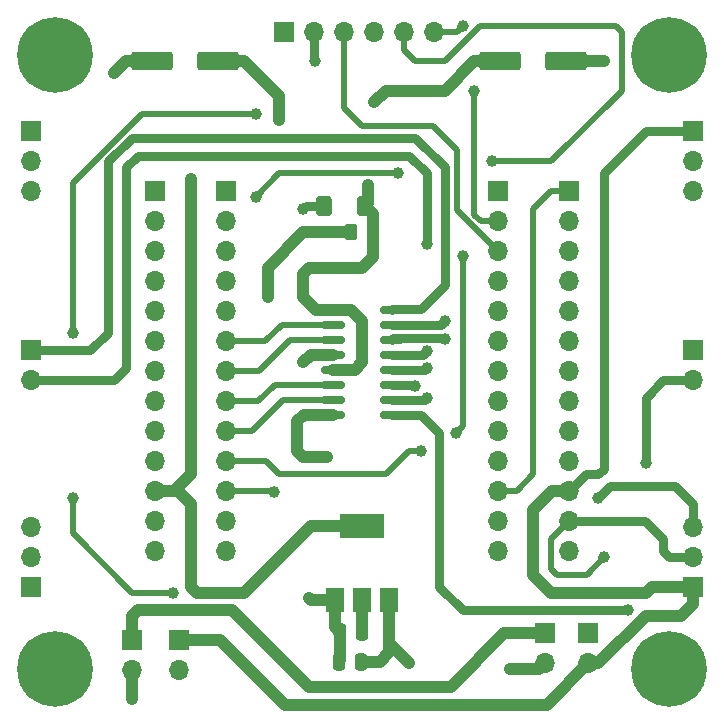
<source format=gbr>
%TF.GenerationSoftware,KiCad,Pcbnew,7.0.7*%
%TF.CreationDate,2023-10-05T17:02:33-03:00*%
%TF.ProjectId,ILLI_PCB,494c4c49-5f50-4434-922e-6b696361645f,rev?*%
%TF.SameCoordinates,Original*%
%TF.FileFunction,Copper,L1,Top*%
%TF.FilePolarity,Positive*%
%FSLAX46Y46*%
G04 Gerber Fmt 4.6, Leading zero omitted, Abs format (unit mm)*
G04 Created by KiCad (PCBNEW 7.0.7) date 2023-10-05 17:02:33*
%MOMM*%
%LPD*%
G01*
G04 APERTURE LIST*
G04 Aperture macros list*
%AMRoundRect*
0 Rectangle with rounded corners*
0 $1 Rounding radius*
0 $2 $3 $4 $5 $6 $7 $8 $9 X,Y pos of 4 corners*
0 Add a 4 corners polygon primitive as box body*
4,1,4,$2,$3,$4,$5,$6,$7,$8,$9,$2,$3,0*
0 Add four circle primitives for the rounded corners*
1,1,$1+$1,$2,$3*
1,1,$1+$1,$4,$5*
1,1,$1+$1,$6,$7*
1,1,$1+$1,$8,$9*
0 Add four rect primitives between the rounded corners*
20,1,$1+$1,$2,$3,$4,$5,0*
20,1,$1+$1,$4,$5,$6,$7,0*
20,1,$1+$1,$6,$7,$8,$9,0*
20,1,$1+$1,$8,$9,$2,$3,0*%
G04 Aperture macros list end*
%TA.AperFunction,ComponentPad*%
%ADD10O,1.700000X1.700000*%
%TD*%
%TA.AperFunction,ComponentPad*%
%ADD11R,1.700000X1.700000*%
%TD*%
%TA.AperFunction,ComponentPad*%
%ADD12C,6.400000*%
%TD*%
%TA.AperFunction,SMDPad,CuDef*%
%ADD13R,1.500000X2.000000*%
%TD*%
%TA.AperFunction,SMDPad,CuDef*%
%ADD14R,3.800000X2.000000*%
%TD*%
%TA.AperFunction,SMDPad,CuDef*%
%ADD15RoundRect,0.150000X-0.850000X-0.150000X0.850000X-0.150000X0.850000X0.150000X-0.850000X0.150000X0*%
%TD*%
%TA.AperFunction,SMDPad,CuDef*%
%ADD16RoundRect,0.250000X-0.262500X-0.450000X0.262500X-0.450000X0.262500X0.450000X-0.262500X0.450000X0*%
%TD*%
%TA.AperFunction,SMDPad,CuDef*%
%ADD17RoundRect,0.250000X0.400000X0.600000X-0.400000X0.600000X-0.400000X-0.600000X0.400000X-0.600000X0*%
%TD*%
%TA.AperFunction,SMDPad,CuDef*%
%ADD18RoundRect,0.250000X0.250000X0.475000X-0.250000X0.475000X-0.250000X-0.475000X0.250000X-0.475000X0*%
%TD*%
%TA.AperFunction,SMDPad,CuDef*%
%ADD19RoundRect,0.250000X1.500000X0.550000X-1.500000X0.550000X-1.500000X-0.550000X1.500000X-0.550000X0*%
%TD*%
%TA.AperFunction,SMDPad,CuDef*%
%ADD20RoundRect,0.250000X-1.500000X-0.550000X1.500000X-0.550000X1.500000X0.550000X-1.500000X0.550000X0*%
%TD*%
%TA.AperFunction,ViaPad*%
%ADD21C,1.000000*%
%TD*%
%TA.AperFunction,Conductor*%
%ADD22C,1.000000*%
%TD*%
%TA.AperFunction,Conductor*%
%ADD23C,0.750000*%
%TD*%
%TA.AperFunction,Conductor*%
%ADD24C,0.500000*%
%TD*%
G04 APERTURE END LIST*
D10*
%TO.P,J4,2,Pin_2*%
%TO.N,GND*%
X124500000Y-136040000D03*
D11*
%TO.P,J4,1,Pin_1*%
%TO.N,VBAT*%
X124500000Y-133500000D03*
%TD*%
D12*
%TO.P,REF\u002A\u002A,1*%
%TO.N,N/C*%
X114000000Y-84000000D03*
%TD*%
%TO.P,REF\u002A\u002A,1*%
%TO.N,N/C*%
X166000000Y-84000000D03*
%TD*%
%TO.P,REF\u002A\u002A,1*%
%TO.N,N/C*%
X114000000Y-136000000D03*
%TD*%
%TO.P,REF\u002A\u002A,1*%
%TO.N,N/C*%
X166000000Y-136000000D03*
%TD*%
D10*
%TO.P,J11,2,Pin_2*%
%TO.N,VBAT*%
X159150000Y-135500000D03*
D11*
%TO.P,J11,1,Pin_1*%
%TO.N,Net-(J11-Pin_1)*%
X159150000Y-132960000D03*
%TD*%
D10*
%TO.P,J8,2,Pin_2*%
%TO.N,VMOTOR*%
X155500000Y-135500000D03*
D11*
%TO.P,J8,1,Pin_1*%
%TO.N,Net-(J11-Pin_1)*%
X155500000Y-132960000D03*
%TD*%
D10*
%TO.P,J6,6,Pin_6*%
%TO.N,GPIO14*%
X146080000Y-82000000D03*
%TO.P,J6,5,Pin_5*%
%TO.N,GPIO27*%
X143540000Y-82000000D03*
%TO.P,J6,4,Pin_4*%
%TO.N,SCL*%
X141000000Y-82000000D03*
%TO.P,J6,3,Pin_3*%
%TO.N,MISO{slash}SDA*%
X138460000Y-82000000D03*
%TO.P,J6,2,Pin_2*%
%TO.N,GND*%
X135920000Y-82000000D03*
D11*
%TO.P,J6,1,Pin_1*%
%TO.N,3V3*%
X133380000Y-82000000D03*
%TD*%
D10*
%TO.P,J7,2,Pin_2*%
%TO.N,M2B*%
X168000000Y-111540000D03*
D11*
%TO.P,J7,1,Pin_1*%
%TO.N,M2A*%
X168000000Y-109000000D03*
%TD*%
D10*
%TO.P,J5,2,Pin_2*%
%TO.N,M1B*%
X112000000Y-111540000D03*
D11*
%TO.P,J5,1,Pin_1*%
%TO.N,M1A*%
X112000000Y-109000000D03*
%TD*%
D13*
%TO.P,U2,3,VI*%
%TO.N,VBAT*%
X142300000Y-130150000D03*
%TO.P,U2,2,VO*%
%TO.N,3V3*%
X140000000Y-130150000D03*
D14*
X140000000Y-123850000D03*
D13*
%TO.P,U2,1,GND*%
%TO.N,GND*%
X137700000Y-130150000D03*
%TD*%
D15*
%TO.P,U1,16,OUTA1*%
%TO.N,M1A*%
X142500000Y-105555000D03*
%TO.P,U1,15,AGND1*%
%TO.N,GND*%
X142500000Y-106825000D03*
%TO.P,U1,14,PGND1*%
X142500000Y-108095000D03*
%TO.P,U1,13,OUTB1*%
%TO.N,M1B*%
X142500000Y-109365000D03*
%TO.P,U1,12,OUTA2*%
%TO.N,M2A*%
X142500000Y-110635000D03*
%TO.P,U1,11,AGND2*%
%TO.N,GND*%
X142500000Y-111905000D03*
%TO.P,U1,10,PGND2*%
X142500000Y-113175000D03*
%TO.P,U1,9,OUTB2*%
%TO.N,M2B*%
X142500000Y-114445000D03*
%TO.P,U1,8,VDD2*%
%TO.N,VMOTOR*%
X137500000Y-114445000D03*
%TO.P,U1,7,INB2*%
%TO.N,INB2*%
X137500000Y-113175000D03*
%TO.P,U1,6,INB1*%
%TO.N,INA2*%
X137500000Y-111905000D03*
%TO.P,U1,5,VCC2*%
%TO.N,Net-(D1-K)*%
X137500000Y-110635000D03*
%TO.P,U1,4,VDD1*%
%TO.N,VMOTOR*%
X137500000Y-109365000D03*
%TO.P,U1,3,INB1*%
%TO.N,INB1*%
X137500000Y-108095000D03*
%TO.P,U1,2,INA1*%
%TO.N,INA1*%
X137500000Y-106825000D03*
%TO.P,U1,1,VCC1*%
%TO.N,Net-(D1-K)*%
X137500000Y-105555000D03*
%TD*%
D16*
%TO.P,R1,2*%
%TO.N,Net-(D1-K)*%
X140912500Y-99000000D03*
%TO.P,R1,1*%
%TO.N,VMOTOR*%
X139087500Y-99000000D03*
%TD*%
D10*
%TO.P,J16,3,Pin_3*%
%TO.N,GND*%
X168000000Y-123920000D03*
%TO.P,J16,2,Pin_2*%
%TO.N,NEOPIXEL_DATA*%
X168000000Y-126460000D03*
D11*
%TO.P,J16,1,Pin_1*%
%TO.N,VBAT*%
X168000000Y-129000000D03*
%TD*%
%TO.P,J15,1,Pin_1*%
%TO.N,Net-(J14-Pin_1)*%
X112000000Y-129000000D03*
D10*
%TO.P,J15,2,Pin_2*%
%TO.N,Net-(J14-Pin_2)*%
X112000000Y-126460000D03*
%TO.P,J15,3,Pin_3*%
%TO.N,Net-(J14-Pin_3)*%
X112000000Y-123920000D03*
%TD*%
%TO.P,J14,3,Pin_3*%
%TO.N,Net-(J14-Pin_3)*%
X112000000Y-95540000D03*
%TO.P,J14,2,Pin_2*%
%TO.N,Net-(J14-Pin_2)*%
X112000000Y-93000000D03*
D11*
%TO.P,J14,1,Pin_1*%
%TO.N,Net-(J14-Pin_1)*%
X112000000Y-90460000D03*
%TD*%
D10*
%TO.P,J13,3,Pin_3*%
%TO.N,GND*%
X168000000Y-95540000D03*
%TO.P,J13,2,Pin_2*%
%TO.N,NEOPIXEL_DATA*%
X168000000Y-93000000D03*
D11*
%TO.P,J13,1,Pin_1*%
%TO.N,VBAT*%
X168000000Y-90460000D03*
%TD*%
D10*
%TO.P,J10,13,Pin_13*%
%TO.N,GND*%
X157500000Y-126000000D03*
%TO.P,J10,12,Pin_12*%
%TO.N,NEOPIXEL_DATA*%
X157500000Y-123460000D03*
%TO.P,J10,11,Pin_11*%
%TO.N,VBAT*%
X157500000Y-120920000D03*
%TO.P,J10,10,Pin_10*%
%TO.N,Net-(J10-Pin_10)*%
X157500000Y-118380000D03*
%TO.P,J10,9,Pin_9*%
%TO.N,Net-(J10-Pin_9)*%
X157500000Y-115840000D03*
%TO.P,J10,8,Pin_8*%
%TO.N,Net-(J10-Pin_8)*%
X157500000Y-113300000D03*
%TO.P,J10,7,Pin_7*%
%TO.N,Net-(J10-Pin_7)*%
X157500000Y-110760000D03*
%TO.P,J10,6,Pin_6*%
%TO.N,SS*%
X157500000Y-108220000D03*
%TO.P,J10,5,Pin_5*%
%TO.N,SCK*%
X157500000Y-105680000D03*
%TO.P,J10,4,Pin_4*%
%TO.N,MOSI*%
X157500000Y-103140000D03*
%TO.P,J10,3,Pin_3*%
%TO.N,MISO{slash}SDA*%
X157500000Y-100600000D03*
%TO.P,J10,2,Pin_2*%
%TO.N,SCL*%
X157500000Y-98060000D03*
D11*
%TO.P,J10,1,Pin_1*%
%TO.N,Net-(J10-Pin_1)*%
X157500000Y-95520000D03*
%TD*%
D10*
%TO.P,J9,13,Pin_13*%
%TO.N,GND*%
X122500000Y-125980000D03*
%TO.P,J9,12,Pin_12*%
X122500000Y-123440000D03*
%TO.P,J9,11,Pin_11*%
%TO.N,3V3*%
X122500000Y-120900000D03*
%TO.P,J9,10,Pin_10*%
X122500000Y-118360000D03*
%TO.P,J9,9,Pin_9*%
%TO.N,INB2*%
X122500000Y-115820000D03*
%TO.P,J9,8,Pin_8*%
%TO.N,INA2*%
X122500000Y-113280000D03*
%TO.P,J9,7,Pin_7*%
%TO.N,INB1*%
X122500000Y-110740000D03*
%TO.P,J9,6,Pin_6*%
%TO.N,INA1*%
X122500000Y-108200000D03*
%TO.P,J9,5,Pin_5*%
%TO.N,Net-(J1-Pin_5)*%
X122500000Y-105660000D03*
%TO.P,J9,4,Pin_4*%
%TO.N,Net-(J1-Pin_4)*%
X122500000Y-103120000D03*
%TO.P,J9,3,Pin_3*%
%TO.N,Net-(J1-Pin_3)*%
X122500000Y-100580000D03*
%TO.P,J9,2,Pin_2*%
%TO.N,Net-(J1-Pin_2)*%
X122500000Y-98040000D03*
D11*
%TO.P,J9,1,Pin_1*%
%TO.N,Net-(J1-Pin_1)*%
X122500000Y-95500000D03*
%TD*%
D10*
%TO.P,J3,2,Pin_2*%
%TO.N,GND*%
X120500000Y-136040000D03*
D11*
%TO.P,J3,1,Pin_1*%
%TO.N,Net-(J11-Pin_1)*%
X120500000Y-133500000D03*
%TD*%
%TO.P,J2,1,Pin_1*%
%TO.N,unconnected-(J2-Pin_1-Pad1)*%
X151500000Y-95520000D03*
D10*
%TO.P,J2,2,Pin_2*%
%TO.N,SCL*%
X151500000Y-98060000D03*
%TO.P,J2,3,Pin_3*%
%TO.N,MISO{slash}SDA*%
X151500000Y-100600000D03*
%TO.P,J2,4,Pin_4*%
%TO.N,MOSI*%
X151500000Y-103140000D03*
%TO.P,J2,5,Pin_5*%
%TO.N,SCK*%
X151500000Y-105680000D03*
%TO.P,J2,6,Pin_6*%
%TO.N,SS*%
X151500000Y-108220000D03*
%TO.P,J2,7,Pin_7*%
%TO.N,Net-(J10-Pin_7)*%
X151500000Y-110760000D03*
%TO.P,J2,8,Pin_8*%
%TO.N,Net-(J10-Pin_8)*%
X151500000Y-113300000D03*
%TO.P,J2,9,Pin_9*%
%TO.N,Net-(J10-Pin_9)*%
X151500000Y-115840000D03*
%TO.P,J2,10,Pin_10*%
%TO.N,Net-(J10-Pin_10)*%
X151500000Y-118380000D03*
%TO.P,J2,11,Pin_11*%
%TO.N,Net-(J10-Pin_1)*%
X151500000Y-120920000D03*
%TO.P,J2,12,Pin_12*%
%TO.N,unconnected-(J2-Pin_12-Pad12)*%
X151500000Y-123460000D03*
%TO.P,J2,13,Pin_13*%
%TO.N,unconnected-(J2-Pin_13-Pad13)*%
X151500000Y-126000000D03*
%TD*%
%TO.P,J1,13,Pin_13*%
%TO.N,GND*%
X128500000Y-126000000D03*
%TO.P,J1,12,Pin_12*%
%TO.N,NEOPIXEL_DATA*%
X128500000Y-123460000D03*
%TO.P,J1,11,Pin_11*%
%TO.N,GPIO14*%
X128500000Y-120920000D03*
%TO.P,J1,10,Pin_10*%
%TO.N,GPIO27*%
X128500000Y-118380000D03*
%TO.P,J1,9,Pin_9*%
%TO.N,INB2*%
X128500000Y-115840000D03*
%TO.P,J1,8,Pin_8*%
%TO.N,INA2*%
X128500000Y-113300000D03*
%TO.P,J1,7,Pin_7*%
%TO.N,INB1*%
X128500000Y-110760000D03*
%TO.P,J1,6,Pin_6*%
%TO.N,INA1*%
X128500000Y-108220000D03*
%TO.P,J1,5,Pin_5*%
%TO.N,Net-(J1-Pin_5)*%
X128500000Y-105680000D03*
%TO.P,J1,4,Pin_4*%
%TO.N,Net-(J1-Pin_4)*%
X128500000Y-103140000D03*
%TO.P,J1,3,Pin_3*%
%TO.N,Net-(J1-Pin_3)*%
X128500000Y-100600000D03*
%TO.P,J1,2,Pin_2*%
%TO.N,Net-(J1-Pin_2)*%
X128500000Y-98060000D03*
D11*
%TO.P,J1,1,Pin_1*%
%TO.N,Net-(J1-Pin_1)*%
X128500000Y-95520000D03*
%TD*%
D17*
%TO.P,D1,2,A*%
%TO.N,GND*%
X136750000Y-96750000D03*
%TO.P,D1,1,K*%
%TO.N,Net-(D1-K)*%
X140250000Y-96750000D03*
%TD*%
D18*
%TO.P,C5,2*%
%TO.N,GND*%
X138100000Y-132850000D03*
%TO.P,C5,1*%
%TO.N,3V3*%
X140000000Y-132850000D03*
%TD*%
%TO.P,C4,1*%
%TO.N,VBAT*%
X139900000Y-135350000D03*
%TO.P,C4,2*%
%TO.N,GND*%
X138000000Y-135350000D03*
%TD*%
D19*
%TO.P,C2,2*%
%TO.N,GND*%
X122200000Y-84500000D03*
%TO.P,C2,1*%
%TO.N,VMOTOR*%
X127800000Y-84500000D03*
%TD*%
D20*
%TO.P,C1,1*%
%TO.N,Net-(D1-K)*%
X151700000Y-84500000D03*
%TO.P,C1,2*%
%TO.N,GND*%
X157300000Y-84500000D03*
%TD*%
D21*
%TO.N,GND*%
X135000000Y-97000000D03*
X136000000Y-84500000D03*
X120500000Y-138500000D03*
%TO.N,GPIO14*%
X132500000Y-121000000D03*
X124000000Y-129500000D03*
X115500000Y-121500000D03*
X115490213Y-107509787D03*
X131000000Y-89000000D03*
X148500000Y-81500000D03*
%TO.N,GPIO27*%
X151000000Y-93000000D03*
X148500000Y-101000000D03*
X147925500Y-116000000D03*
X145000000Y-117500000D03*
%TO.N,3V3*%
X125500000Y-94500000D03*
%TO.N,SCL*%
X149500000Y-87000000D03*
%TO.N,GND*%
X135500000Y-130000000D03*
%TO.N,VBAT*%
X144000000Y-135500000D03*
%TO.N,NEOPIXEL_DATA*%
X160500000Y-126500000D03*
X143000000Y-94000000D03*
X131000000Y-96000000D03*
%TO.N,VMOTOR*%
X133000000Y-89500000D03*
%TO.N,GND*%
X119000000Y-85500000D03*
X160500000Y-84500000D03*
%TO.N,Net-(D1-K)*%
X140500000Y-95000000D03*
X141000000Y-88000000D03*
%TO.N,GND*%
X147000000Y-108000000D03*
X147000000Y-106500000D03*
X145500000Y-113000000D03*
X144500000Y-112000000D03*
%TO.N,VMOTOR*%
X132000000Y-104500000D03*
X135000000Y-110000000D03*
X137000000Y-118000000D03*
X152500000Y-136000000D03*
%TO.N,GND*%
X160000000Y-121500000D03*
%TO.N,M2B*%
X164000000Y-118500000D03*
X162500000Y-131000000D03*
%TO.N,M2A*%
X145500000Y-110500000D03*
%TO.N,M1B*%
X145500000Y-109044500D03*
X145500000Y-100000000D03*
%TD*%
D22*
%TO.N,Net-(J11-Pin_1)*%
X152040000Y-132960000D02*
X155500000Y-132960000D01*
X135500000Y-137500000D02*
X147500000Y-137500000D01*
X147500000Y-137500000D02*
X152040000Y-132960000D01*
X120500000Y-131500000D02*
X121000000Y-131000000D01*
X129000000Y-131000000D02*
X135500000Y-137500000D01*
X120500000Y-133500000D02*
X120500000Y-131500000D01*
X121000000Y-131000000D02*
X129000000Y-131000000D01*
%TO.N,VBAT*%
X128000000Y-133500000D02*
X124500000Y-133500000D01*
X133500000Y-139000000D02*
X128000000Y-133500000D01*
X155650000Y-139000000D02*
X133500000Y-139000000D01*
X159150000Y-135500000D02*
X155650000Y-139000000D01*
D23*
%TO.N,GND*%
X135250000Y-96750000D02*
X135000000Y-97000000D01*
X136750000Y-96750000D02*
X135250000Y-96750000D01*
X135920000Y-84420000D02*
X136000000Y-84500000D01*
X135920000Y-82000000D02*
X135920000Y-84420000D01*
D22*
%TO.N,Net-(D1-K)*%
X140912500Y-97412500D02*
X140912500Y-99000000D01*
X140250000Y-96750000D02*
X140912500Y-97412500D01*
X140500000Y-96500000D02*
X140250000Y-96750000D01*
X140500000Y-95000000D02*
X140500000Y-96500000D01*
D24*
%TO.N,GPIO14*%
X115500000Y-107500000D02*
X115500000Y-94833274D01*
X115500000Y-94833274D02*
X121333274Y-89000000D01*
X115490213Y-107509787D02*
X115500000Y-107500000D01*
X121333274Y-89000000D02*
X131000000Y-89000000D01*
%TO.N,NEOPIXEL_DATA*%
X133000000Y-94000000D02*
X131000000Y-96000000D01*
X143000000Y-94000000D02*
X133000000Y-94000000D01*
D23*
%TO.N,M2B*%
X165460000Y-111540000D02*
X168000000Y-111540000D01*
X164000000Y-113000000D02*
X165460000Y-111540000D01*
X164000000Y-118500000D02*
X164000000Y-113000000D01*
%TO.N,M1B*%
X118960000Y-111540000D02*
X120000000Y-110500000D01*
X120000000Y-110500000D02*
X120000000Y-93500000D01*
X120000000Y-93500000D02*
X121000000Y-92500000D01*
X112000000Y-111540000D02*
X118960000Y-111540000D01*
X144000000Y-92500000D02*
X145500000Y-94000000D01*
X121000000Y-92500000D02*
X144000000Y-92500000D01*
X145500000Y-94000000D02*
X145500000Y-100000000D01*
%TO.N,M1A*%
X117000000Y-109000000D02*
X112000000Y-109000000D01*
X118500000Y-107500000D02*
X117000000Y-109000000D01*
X118500000Y-93000000D02*
X118500000Y-107500000D01*
D22*
%TO.N,VBAT*%
X168000000Y-129000000D02*
X164500000Y-129000000D01*
D24*
%TO.N,Net-(J10-Pin_1)*%
X155980000Y-95520000D02*
X157500000Y-95520000D01*
X154500000Y-97000000D02*
X155980000Y-95520000D01*
X153080000Y-120920000D02*
X154500000Y-119500000D01*
X154500000Y-119500000D02*
X154500000Y-97000000D01*
X151500000Y-120920000D02*
X153080000Y-120920000D01*
D22*
%TO.N,GND*%
X138100000Y-135250000D02*
X138000000Y-135350000D01*
X138100000Y-132850000D02*
X138100000Y-135250000D01*
%TO.N,VBAT*%
X164000000Y-131500000D02*
X160000000Y-135500000D01*
X167000000Y-131500000D02*
X164000000Y-131500000D01*
X168000000Y-130500000D02*
X167000000Y-131500000D01*
X160000000Y-135500000D02*
X159150000Y-135500000D01*
X168000000Y-129000000D02*
X168000000Y-130500000D01*
X164000000Y-129500000D02*
X164500000Y-129000000D01*
X156000000Y-129500000D02*
X164000000Y-129500000D01*
X156080000Y-120920000D02*
X157500000Y-120920000D01*
X154500000Y-122500000D02*
X156080000Y-120920000D01*
X156000000Y-129500000D02*
X154500000Y-128000000D01*
X154500000Y-128000000D02*
X154500000Y-122500000D01*
D24*
%TO.N,NEOPIXEL_DATA*%
X156000000Y-124960000D02*
X157500000Y-123460000D01*
X156000000Y-127500000D02*
X156000000Y-124960000D01*
X156500000Y-128000000D02*
X156000000Y-127500000D01*
X159000000Y-128000000D02*
X156500000Y-128000000D01*
X160500000Y-126500000D02*
X159000000Y-128000000D01*
D22*
%TO.N,GND*%
X120500000Y-138500000D02*
X120500000Y-136040000D01*
%TO.N,VMOTOR*%
X155000000Y-136000000D02*
X155500000Y-135500000D01*
X152500000Y-136000000D02*
X155000000Y-136000000D01*
X132000000Y-102000000D02*
X132000000Y-104500000D01*
X139087500Y-99000000D02*
X135000000Y-99000000D01*
X135000000Y-99000000D02*
X132000000Y-102000000D01*
D24*
%TO.N,GPIO14*%
X132420000Y-120920000D02*
X132500000Y-121000000D01*
X128500000Y-120920000D02*
X132420000Y-120920000D01*
X120500000Y-129500000D02*
X124000000Y-129500000D01*
X115500000Y-124500000D02*
X120500000Y-129500000D01*
X115500000Y-121500000D02*
X115500000Y-124500000D01*
D22*
%TO.N,VMOTOR*%
X130000000Y-84500000D02*
X127800000Y-84500000D01*
X133000000Y-89500000D02*
X133000000Y-87500000D01*
X133000000Y-87500000D02*
X130000000Y-84500000D01*
D24*
%TO.N,SCL*%
X150060000Y-98060000D02*
X151500000Y-98060000D01*
X149500000Y-97500000D02*
X150060000Y-98060000D01*
X149500000Y-87000000D02*
X149500000Y-97500000D01*
%TO.N,MISO{slash}SDA*%
X146000000Y-90000000D02*
X140000000Y-90000000D01*
X138460000Y-88460000D02*
X138460000Y-82000000D01*
X148000000Y-92000000D02*
X146000000Y-90000000D01*
X148000000Y-97100000D02*
X148000000Y-92000000D01*
X140000000Y-90000000D02*
X138460000Y-88460000D01*
X151500000Y-100600000D02*
X148000000Y-97100000D01*
%TO.N,GPIO14*%
X148000000Y-82000000D02*
X148500000Y-81500000D01*
X146080000Y-82000000D02*
X148000000Y-82000000D01*
%TO.N,GPIO27*%
X143540000Y-83540000D02*
X143540000Y-82000000D01*
X144500000Y-84500000D02*
X143540000Y-83540000D01*
X147000000Y-84500000D02*
X144500000Y-84500000D01*
X150000000Y-81500000D02*
X147000000Y-84500000D01*
X161500000Y-81500000D02*
X150000000Y-81500000D01*
X162000000Y-82000000D02*
X161500000Y-81500000D01*
X162000000Y-87000000D02*
X162000000Y-82000000D01*
X156000000Y-93000000D02*
X162000000Y-87000000D01*
X151000000Y-93000000D02*
X156000000Y-93000000D01*
D22*
%TO.N,Net-(D1-K)*%
X149500000Y-84500000D02*
X151700000Y-84500000D01*
X147000000Y-87000000D02*
X149500000Y-84500000D01*
X142000000Y-87000000D02*
X147000000Y-87000000D01*
X141000000Y-88000000D02*
X142000000Y-87000000D01*
D24*
%TO.N,GPIO27*%
X148500000Y-115425500D02*
X148500000Y-101000000D01*
X147925500Y-116000000D02*
X148500000Y-115425500D01*
X142000000Y-119500000D02*
X144000000Y-117500000D01*
X133000000Y-119500000D02*
X142000000Y-119500000D01*
X144000000Y-117500000D02*
X145000000Y-117500000D01*
X128500000Y-118380000D02*
X131880000Y-118380000D01*
X131880000Y-118380000D02*
X133000000Y-119500000D01*
D22*
%TO.N,3V3*%
X124100000Y-120900000D02*
X125500000Y-119500000D01*
X125500000Y-119500000D02*
X125500000Y-94500000D01*
X122500000Y-120900000D02*
X124100000Y-120900000D01*
%TO.N,GND*%
X135650000Y-130150000D02*
X135500000Y-130000000D01*
X137700000Y-130150000D02*
X135650000Y-130150000D01*
%TO.N,VBAT*%
X142300000Y-133800000D02*
X144000000Y-135500000D01*
X142300000Y-130150000D02*
X142300000Y-133800000D01*
D24*
%TO.N,NEOPIXEL_DATA*%
X158500000Y-123500000D02*
X158500000Y-123460000D01*
D23*
X158500000Y-123460000D02*
X157500000Y-123460000D01*
X163960000Y-123460000D02*
X158500000Y-123460000D01*
%TO.N,VBAT*%
X160500000Y-94000000D02*
X164040000Y-90460000D01*
X160000000Y-119500000D02*
X160500000Y-119000000D01*
X158920000Y-119500000D02*
X160000000Y-119500000D01*
X157500000Y-120920000D02*
X158920000Y-119500000D01*
X160500000Y-119000000D02*
X160500000Y-94000000D01*
X164040000Y-90460000D02*
X168000000Y-90460000D01*
D22*
%TO.N,GND*%
X120000000Y-84500000D02*
X119000000Y-85500000D01*
X122200000Y-84500000D02*
X120000000Y-84500000D01*
X157300000Y-84500000D02*
X160500000Y-84500000D01*
%TO.N,3V3*%
X130000000Y-129500000D02*
X135650000Y-123850000D01*
X129500000Y-129500000D02*
X126000000Y-129500000D01*
X129500000Y-129500000D02*
X130000000Y-129500000D01*
X135650000Y-123850000D02*
X140000000Y-123850000D01*
X126000000Y-129500000D02*
X125500000Y-129000000D01*
X125500000Y-129000000D02*
X125500000Y-122000000D01*
X125500000Y-122000000D02*
X124400000Y-120900000D01*
X124400000Y-120900000D02*
X122500000Y-120900000D01*
D23*
%TO.N,GND*%
X146969500Y-107969500D02*
X147000000Y-108000000D01*
X142625500Y-107969500D02*
X146969500Y-107969500D01*
X142500000Y-108095000D02*
X142625500Y-107969500D01*
X146675000Y-106825000D02*
X147000000Y-106500000D01*
X142500000Y-106825000D02*
X146675000Y-106825000D01*
X145325000Y-113175000D02*
X145500000Y-113000000D01*
X142500000Y-113175000D02*
X145325000Y-113175000D01*
X144405000Y-111905000D02*
X144500000Y-112000000D01*
X142500000Y-111905000D02*
X144405000Y-111905000D01*
D22*
%TO.N,Net-(D1-K)*%
X140912500Y-99000000D02*
X140912500Y-101087500D01*
X140912500Y-101087500D02*
X140000000Y-102000000D01*
X135500000Y-102000000D02*
X140000000Y-102000000D01*
X135000000Y-102500000D02*
X135500000Y-102000000D01*
X136055000Y-105555000D02*
X135000000Y-104500000D01*
X137500000Y-105555000D02*
X136055000Y-105555000D01*
X135000000Y-104500000D02*
X135000000Y-102500000D01*
X140000000Y-106500000D02*
X139055000Y-105555000D01*
X140000000Y-110000000D02*
X140000000Y-106500000D01*
X139055000Y-105555000D02*
X137500000Y-105555000D01*
X139365000Y-110635000D02*
X140000000Y-110000000D01*
X137500000Y-110635000D02*
X139365000Y-110635000D01*
%TO.N,VMOTOR*%
X135635000Y-109365000D02*
X135000000Y-110000000D01*
X137500000Y-109365000D02*
X135635000Y-109365000D01*
X134500000Y-115000000D02*
X134500000Y-117500000D01*
X135000000Y-118000000D02*
X137000000Y-118000000D01*
X134500000Y-117500000D02*
X135000000Y-118000000D01*
X135055000Y-114445000D02*
X134500000Y-115000000D01*
X137500000Y-114445000D02*
X135055000Y-114445000D01*
%TO.N,VBAT*%
X142300000Y-134550000D02*
X142300000Y-130150000D01*
X141500000Y-135350000D02*
X142300000Y-134550000D01*
X139900000Y-135350000D02*
X141500000Y-135350000D01*
%TO.N,3V3*%
X140000000Y-130150000D02*
X140000000Y-132850000D01*
%TO.N,GND*%
X138000000Y-132950000D02*
X138100000Y-132850000D01*
X137700000Y-132450000D02*
X138100000Y-132850000D01*
X137700000Y-130150000D02*
X137700000Y-132450000D01*
D23*
X166500000Y-120500000D02*
X168000000Y-122000000D01*
X168000000Y-122000000D02*
X168000000Y-123920000D01*
X161000000Y-120500000D02*
X166500000Y-120500000D01*
X160000000Y-121500000D02*
X161000000Y-120500000D01*
%TO.N,M2B*%
X161500000Y-131000000D02*
X162500000Y-131000000D01*
%TO.N,NEOPIXEL_DATA*%
X165500000Y-125000000D02*
X163960000Y-123460000D01*
X165500000Y-126000000D02*
X165500000Y-125000000D01*
X165960000Y-126460000D02*
X165500000Y-126000000D01*
X168000000Y-126460000D02*
X165960000Y-126460000D01*
%TO.N,M2B*%
X148500000Y-131000000D02*
X161500000Y-131000000D01*
X146500000Y-129000000D02*
X148500000Y-131000000D01*
X146500000Y-116000000D02*
X146500000Y-129000000D01*
X144945000Y-114445000D02*
X146500000Y-116000000D01*
X142500000Y-114445000D02*
X144945000Y-114445000D01*
%TO.N,M2A*%
X145365000Y-110635000D02*
X145500000Y-110500000D01*
X142500000Y-110635000D02*
X145365000Y-110635000D01*
%TO.N,M1A*%
X120500000Y-91000000D02*
X118500000Y-93000000D01*
X144500000Y-91000000D02*
X120500000Y-91000000D01*
X147000000Y-93500000D02*
X144500000Y-91000000D01*
X147000000Y-103500000D02*
X147000000Y-93500000D01*
X142555000Y-105500000D02*
X145000000Y-105500000D01*
X145000000Y-105500000D02*
X147000000Y-103500000D01*
X142500000Y-105555000D02*
X142555000Y-105500000D01*
%TO.N,M1B*%
X145179500Y-109365000D02*
X145500000Y-109044500D01*
X142500000Y-109365000D02*
X145179500Y-109365000D01*
D24*
%TO.N,GND*%
X143078528Y-111905000D02*
X143173528Y-112000000D01*
%TO.N,INB2*%
X130660000Y-115840000D02*
X128500000Y-115840000D01*
X133325000Y-113175000D02*
X130660000Y-115840000D01*
X137500000Y-113175000D02*
X133325000Y-113175000D01*
%TO.N,INA2*%
X131200000Y-113300000D02*
X128500000Y-113300000D01*
X132595000Y-111905000D02*
X131200000Y-113300000D01*
X137500000Y-111905000D02*
X132595000Y-111905000D01*
%TO.N,INB1*%
X131240000Y-110760000D02*
X128500000Y-110760000D01*
X137500000Y-108095000D02*
X133905000Y-108095000D01*
X133905000Y-108095000D02*
X131240000Y-110760000D01*
%TO.N,INA1*%
X131780000Y-108220000D02*
X128500000Y-108220000D01*
X133175000Y-106825000D02*
X131780000Y-108220000D01*
X137500000Y-106825000D02*
X133175000Y-106825000D01*
%TD*%
M02*

</source>
